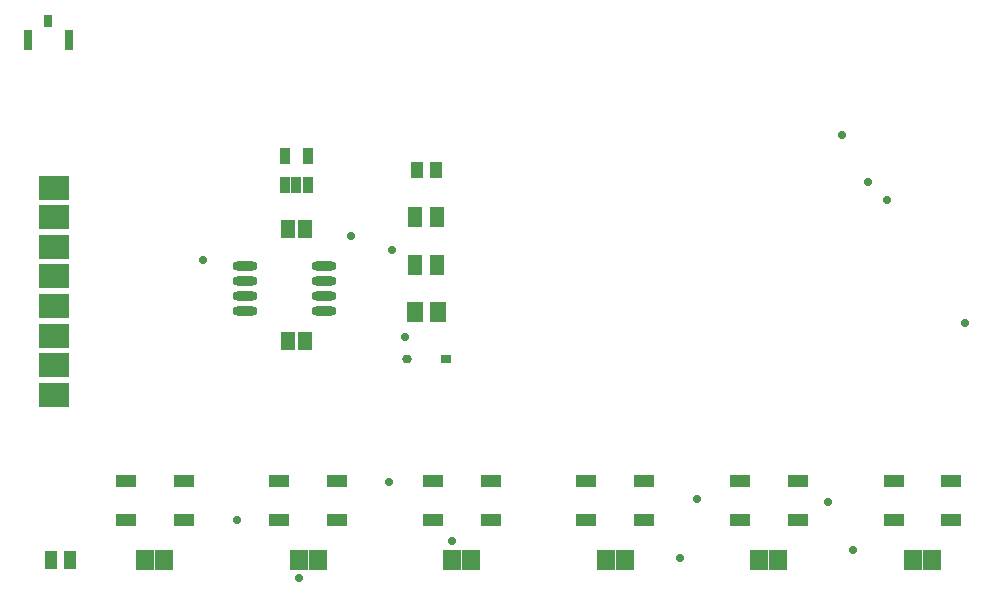
<source format=gbs>
G04*
G04 #@! TF.GenerationSoftware,Altium Limited,Altium Designer,21.2.2 (38)*
G04*
G04 Layer_Color=16711935*
%FSLAX25Y25*%
%MOIN*%
G70*
G04*
G04 #@! TF.SameCoordinates,E2040CFD-8BC1-4679-B801-FCB4F48F4876*
G04*
G04*
G04 #@! TF.FilePolarity,Negative*
G04*
G01*
G75*
%ADD15C,0.02769*%
%ADD21R,0.03182X0.02922*%
G04:AMPARAMS|DCode=22|XSize=31.82mil|YSize=29.22mil|CornerRadius=14.61mil|HoleSize=0mil|Usage=FLASHONLY|Rotation=180.000|XOffset=0mil|YOffset=0mil|HoleType=Round|Shape=RoundedRectangle|*
%AMROUNDEDRECTD22*
21,1,0.03182,0.00000,0,0,180.0*
21,1,0.00260,0.02922,0,0,180.0*
1,1,0.02922,-0.00130,0.00000*
1,1,0.02922,0.00130,0.00000*
1,1,0.02922,0.00130,0.00000*
1,1,0.02922,-0.00130,0.00000*
%
%ADD22ROUNDEDRECTD22*%
%ADD29R,0.03150X0.04331*%
%ADD30R,0.03150X0.06693*%
%ADD34R,0.05131X0.06115*%
%ADD35R,0.04147X0.06115*%
%ADD36R,0.03950X0.05721*%
%ADD37R,0.04934X0.06509*%
%ADD38R,0.05524X0.06509*%
%ADD39R,0.03556X0.05328*%
%ADD40R,0.10394X0.07874*%
%ADD41O,0.08280X0.03162*%
%ADD42R,0.05918X0.06509*%
%ADD43R,0.06706X0.04343*%
D15*
X317323Y94882D02*
D03*
X276378Y157480D02*
D03*
X146457Y22047D02*
D03*
X95276Y9843D02*
D03*
X271654Y35039D02*
D03*
X279921Y18898D02*
D03*
X125197Y41732D02*
D03*
X74606Y28937D02*
D03*
X291339Y135827D02*
D03*
X285039Y141732D02*
D03*
X227953Y36220D02*
D03*
X222441Y16535D02*
D03*
X63386Y115748D02*
D03*
X126378Y118898D02*
D03*
X130709Y90158D02*
D03*
X112803Y123827D02*
D03*
D21*
X144409Y82677D02*
D03*
D22*
X131181D02*
D03*
D29*
X11811Y195472D02*
D03*
D30*
X18504Y188976D02*
D03*
X5118D02*
D03*
D34*
X91732Y125984D02*
D03*
X97244D02*
D03*
Y88583D02*
D03*
X91732D02*
D03*
D35*
X18996Y15748D02*
D03*
X12500D02*
D03*
D36*
X134646Y145669D02*
D03*
X140945D02*
D03*
D37*
X134153Y129921D02*
D03*
X141437D02*
D03*
X134153Y114173D02*
D03*
X141437D02*
D03*
D38*
X133858Y98425D02*
D03*
X141732D02*
D03*
D39*
X98228Y150492D02*
D03*
X90748D02*
D03*
Y140847D02*
D03*
X94488D02*
D03*
X98228D02*
D03*
D40*
X13780Y80709D02*
D03*
Y90551D02*
D03*
Y70866D02*
D03*
Y100394D02*
D03*
Y110236D02*
D03*
Y120079D02*
D03*
Y129921D02*
D03*
Y139764D02*
D03*
D41*
X77362Y98799D02*
D03*
Y103799D02*
D03*
Y108799D02*
D03*
Y113799D02*
D03*
X103740Y98799D02*
D03*
Y103799D02*
D03*
Y108799D02*
D03*
Y113799D02*
D03*
D42*
X255118Y15748D02*
D03*
X248819D02*
D03*
X306299D02*
D03*
X300000D02*
D03*
X203937D02*
D03*
X197638D02*
D03*
X152756D02*
D03*
X146457D02*
D03*
X101575D02*
D03*
X95276D02*
D03*
X50394D02*
D03*
X44094D02*
D03*
D43*
X312795Y41929D02*
D03*
Y28937D02*
D03*
X293504D02*
D03*
Y41929D02*
D03*
X261614D02*
D03*
Y28937D02*
D03*
X242323D02*
D03*
Y41929D02*
D03*
X210433D02*
D03*
Y28937D02*
D03*
X191142D02*
D03*
Y41929D02*
D03*
X159252D02*
D03*
Y28937D02*
D03*
X139961D02*
D03*
Y41929D02*
D03*
X108071D02*
D03*
Y28937D02*
D03*
X88779D02*
D03*
Y41929D02*
D03*
X56890D02*
D03*
Y28937D02*
D03*
X37598D02*
D03*
Y41929D02*
D03*
M02*

</source>
